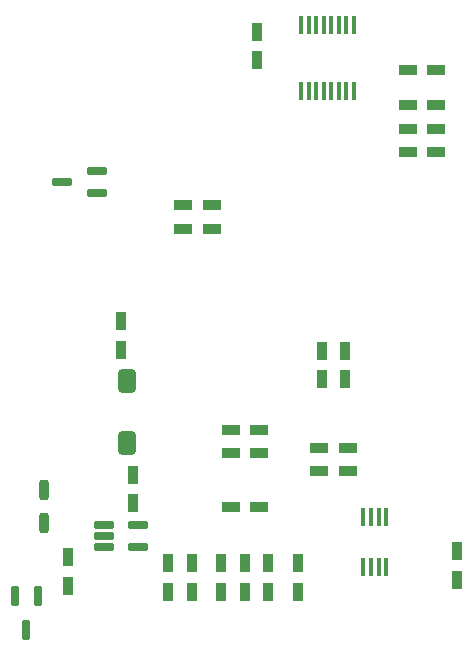
<source format=gbp>
G04 #@! TF.GenerationSoftware,KiCad,Pcbnew,7.0.8*
G04 #@! TF.CreationDate,2024-02-28T21:31:28+09:00*
G04 #@! TF.ProjectId,KT0913_Digital_Radio_1.2w,4b543039-3133-45f4-9469-676974616c5f,rev?*
G04 #@! TF.SameCoordinates,Original*
G04 #@! TF.FileFunction,Paste,Bot*
G04 #@! TF.FilePolarity,Positive*
%FSLAX46Y46*%
G04 Gerber Fmt 4.6, Leading zero omitted, Abs format (unit mm)*
G04 Created by KiCad (PCBNEW 7.0.8) date 2024-02-28 21:31:28*
%MOMM*%
%LPD*%
G01*
G04 APERTURE LIST*
G04 Aperture macros list*
%AMRoundRect*
0 Rectangle with rounded corners*
0 $1 Rounding radius*
0 $2 $3 $4 $5 $6 $7 $8 $9 X,Y pos of 4 corners*
0 Add a 4 corners polygon primitive as box body*
4,1,4,$2,$3,$4,$5,$6,$7,$8,$9,$2,$3,0*
0 Add four circle primitives for the rounded corners*
1,1,$1+$1,$2,$3*
1,1,$1+$1,$4,$5*
1,1,$1+$1,$6,$7*
1,1,$1+$1,$8,$9*
0 Add four rect primitives between the rounded corners*
20,1,$1+$1,$2,$3,$4,$5,0*
20,1,$1+$1,$4,$5,$6,$7,0*
20,1,$1+$1,$6,$7,$8,$9,0*
20,1,$1+$1,$8,$9,$2,$3,0*%
G04 Aperture macros list end*
%ADD10RoundRect,0.230000X0.230000X-0.570000X0.230000X0.570000X-0.230000X0.570000X-0.230000X-0.570000X0*%
%ADD11RoundRect,0.230000X0.570000X0.230000X-0.570000X0.230000X-0.570000X-0.230000X0.570000X-0.230000X0*%
%ADD12RoundRect,0.230000X-0.570000X-0.230000X0.570000X-0.230000X0.570000X0.230000X-0.570000X0.230000X0*%
%ADD13RoundRect,0.200000X-0.200000X0.650000X-0.200000X-0.650000X0.200000X-0.650000X0.200000X0.650000X0*%
%ADD14RoundRect,0.230000X-0.230000X0.570000X-0.230000X-0.570000X0.230000X-0.570000X0.230000X0.570000X0*%
%ADD15RoundRect,0.085000X-0.085000X0.715000X-0.085000X-0.715000X0.085000X-0.715000X0.085000X0.715000X0*%
%ADD16RoundRect,0.100000X-0.100000X0.700000X-0.100000X-0.700000X0.100000X-0.700000X0.100000X0.700000X0*%
%ADD17RoundRect,0.400000X-0.400000X0.600000X-0.400000X-0.600000X0.400000X-0.600000X0.400000X0.600000X0*%
%ADD18RoundRect,0.162500X0.712500X0.162500X-0.712500X0.162500X-0.712500X-0.162500X0.712500X-0.162500X0*%
%ADD19RoundRect,0.162500X-0.162500X0.712500X-0.162500X-0.712500X0.162500X-0.712500X0.162500X0.712500X0*%
%ADD20RoundRect,0.150000X-0.725000X-0.150000X0.725000X-0.150000X0.725000X0.150000X-0.725000X0.150000X0*%
%ADD21RoundRect,0.162500X-0.712500X-0.162500X0.712500X-0.162500X0.712500X0.162500X-0.712500X0.162500X0*%
G04 APERTURE END LIST*
D10*
X112500000Y-87700000D03*
X112500000Y-85300000D03*
D11*
X139200000Y-64000000D03*
X136800000Y-64000000D03*
D12*
X117800000Y-77500000D03*
X120200000Y-77500000D03*
D11*
X139200000Y-69000000D03*
X136800000Y-69000000D03*
D12*
X121800000Y-96500000D03*
X124200000Y-96500000D03*
D13*
X106000000Y-99600000D03*
X106000000Y-102400000D03*
D14*
X124000000Y-60800000D03*
X124000000Y-63200000D03*
D10*
X108000000Y-107700000D03*
X108000000Y-105300000D03*
D15*
X133025000Y-101900000D03*
X133675000Y-101900000D03*
X134325000Y-101900000D03*
X134975000Y-101900000D03*
X134975000Y-106100000D03*
X134325000Y-106100000D03*
X133675000Y-106100000D03*
X133025000Y-106100000D03*
D16*
X127777500Y-60200000D03*
X128412500Y-60200000D03*
X129047500Y-60200000D03*
X129682500Y-60200000D03*
X130317500Y-60200000D03*
X130952500Y-60200000D03*
X131587500Y-60200000D03*
X132222500Y-60200000D03*
X132222500Y-65800000D03*
X131587500Y-65800000D03*
X130952500Y-65800000D03*
X130317500Y-65800000D03*
X129682500Y-65800000D03*
X129047500Y-65800000D03*
X128412500Y-65800000D03*
X127777500Y-65800000D03*
D14*
X116500000Y-105800000D03*
X116500000Y-108200000D03*
D11*
X139200000Y-71000000D03*
X136800000Y-71000000D03*
D14*
X118500000Y-105800000D03*
X118500000Y-108200000D03*
D10*
X113500000Y-100700000D03*
X113500000Y-98300000D03*
D11*
X131700000Y-96000000D03*
X129300000Y-96000000D03*
D10*
X131500000Y-90200000D03*
X131500000Y-87800000D03*
D17*
X113000000Y-90400000D03*
X113000000Y-95600000D03*
D10*
X129500000Y-90200000D03*
X129500000Y-87800000D03*
D14*
X127500000Y-105800000D03*
X127500000Y-108200000D03*
D11*
X139200000Y-67000000D03*
X136800000Y-67000000D03*
X131700000Y-98000000D03*
X129300000Y-98000000D03*
D10*
X123000000Y-108200000D03*
X123000000Y-105800000D03*
D18*
X110450000Y-72550000D03*
X110450000Y-74450000D03*
X107550000Y-73500000D03*
D14*
X141000000Y-104800000D03*
X141000000Y-107200000D03*
D19*
X103550000Y-108550000D03*
X105450000Y-108550000D03*
X104500000Y-111450000D03*
D10*
X121000000Y-108200000D03*
X121000000Y-105800000D03*
D12*
X121800000Y-101000000D03*
X124200000Y-101000000D03*
D11*
X120200000Y-75500000D03*
X117800000Y-75500000D03*
D20*
X111050000Y-104450000D03*
X111050000Y-103500000D03*
X111050000Y-102550000D03*
D21*
X113950000Y-102550000D03*
X113950000Y-104450000D03*
D14*
X125000000Y-105800000D03*
X125000000Y-108200000D03*
D12*
X121800000Y-94500000D03*
X124200000Y-94500000D03*
M02*

</source>
